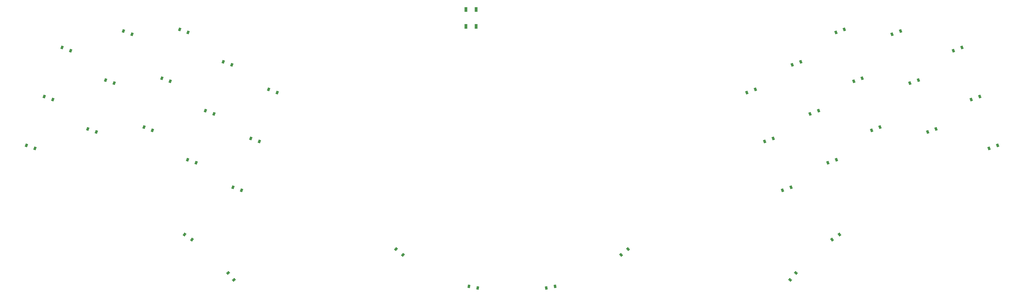
<source format=gbr>
%TF.GenerationSoftware,KiCad,Pcbnew,8.0.1*%
%TF.CreationDate,2024-05-01T11:59:16+09:00*%
%TF.ProjectId,pcb_plate,7063625f-706c-4617-9465-2e6b69636164,v1.0.0*%
%TF.SameCoordinates,Original*%
%TF.FileFunction,Paste,Top*%
%TF.FilePolarity,Positive*%
%FSLAX46Y46*%
G04 Gerber Fmt 4.6, Leading zero omitted, Abs format (unit mm)*
G04 Created by KiCad (PCBNEW 8.0.1) date 2024-05-01 11:59:16*
%MOMM*%
%LPD*%
G01*
G04 APERTURE LIST*
G04 Aperture macros list*
%AMRotRect*
0 Rectangle, with rotation*
0 The origin of the aperture is its center*
0 $1 length*
0 $2 width*
0 $3 Rotation angle, in degrees counterclockwise*
0 Add horizontal line*
21,1,$1,$2,0,0,$3*%
G04 Aperture macros list end*
%ADD10R,1.100000X1.800000*%
%ADD11RotRect,0.900000X1.200000X340.000000*%
%ADD12RotRect,0.900000X1.200000X20.000000*%
%ADD13RotRect,0.900000X1.200000X310.000000*%
%ADD14RotRect,0.900000X1.200000X35.000000*%
%ADD15RotRect,0.900000X1.200000X40.000000*%
%ADD16RotRect,0.900000X1.200000X50.000000*%
%ADD17RotRect,0.900000X1.200000X350.000000*%
%ADD18RotRect,0.900000X1.200000X320.000000*%
%ADD19RotRect,0.900000X1.200000X325.000000*%
%ADD20RotRect,0.900000X1.200000X10.000000*%
G04 APERTURE END LIST*
D10*
%TO.C,B1*%
X199070001Y-89225774D03*
X199070001Y-95425774D03*
X195370001Y-89225774D03*
X195370001Y-95425774D03*
%TD*%
D11*
%TO.C,D4*%
X57151549Y-132907162D03*
X60252535Y-134035826D03*
%TD*%
D12*
%TO.C,D29*%
X327733626Y-145276684D03*
X330834608Y-144148020D03*
%TD*%
%TO.C,D26*%
X343680124Y-133390855D03*
X346781106Y-132262191D03*
%TD*%
%TO.C,D27*%
X337164639Y-115489708D03*
X340265621Y-114361044D03*
%TD*%
D11*
%TO.C,D12*%
X106636360Y-108345727D03*
X109737346Y-109474391D03*
%TD*%
D13*
%TO.C,D17*%
X108447959Y-185559584D03*
X110569161Y-188087528D03*
%TD*%
D12*
%TO.C,D28*%
X330649152Y-97588570D03*
X333750134Y-96459906D03*
%TD*%
%TO.C,D34*%
X298104614Y-119570114D03*
X301205596Y-118441450D03*
%TD*%
D14*
%TO.C,D35*%
X329261407Y-173375393D03*
X331964605Y-171482595D03*
%TD*%
D12*
%TO.C,D20*%
X386649442Y-140051154D03*
X389750424Y-138922490D03*
%TD*%
D11*
%TO.C,D14*%
X116718924Y-136342592D03*
X119819910Y-137471256D03*
%TD*%
D15*
%TO.C,D37*%
X252091180Y-178975437D03*
X254619124Y-176854235D03*
%TD*%
D11*
%TO.C,D7*%
X77658888Y-132262200D03*
X80759874Y-133390864D03*
%TD*%
%TO.C,D1*%
X34689571Y-138922484D03*
X37790557Y-140051148D03*
%TD*%
%TO.C,D15*%
X123234406Y-118441449D03*
X126335392Y-119570113D03*
%TD*%
D12*
%TO.C,D24*%
X357671982Y-116134682D03*
X360772964Y-115006018D03*
%TD*%
D16*
%TO.C,D36*%
X313870837Y-188087528D03*
X315992041Y-185559580D03*
%TD*%
D12*
%TO.C,D33*%
X304620093Y-137471252D03*
X307721075Y-136342588D03*
%TD*%
%TO.C,D21*%
X380133960Y-122150006D03*
X383234942Y-121021342D03*
%TD*%
D11*
%TO.C,D9*%
X90689863Y-96459908D03*
X93790849Y-97588572D03*
%TD*%
D17*
%TO.C,D19*%
X196433214Y-190457782D03*
X199683080Y-191030818D03*
%TD*%
D11*
%TO.C,D13*%
X110203438Y-154243734D03*
X113304424Y-155372398D03*
%TD*%
D12*
%TO.C,D30*%
X321218142Y-127375542D03*
X324319124Y-126246878D03*
%TD*%
D18*
%TO.C,D18*%
X169820880Y-176854242D03*
X172348828Y-178975446D03*
%TD*%
D11*
%TO.C,D11*%
X100120880Y-126246877D03*
X103221866Y-127375541D03*
%TD*%
D12*
%TO.C,D23*%
X364187462Y-134035835D03*
X367288444Y-132907171D03*
%TD*%
D11*
%TO.C,D3*%
X47720538Y-103120198D03*
X50821524Y-104248862D03*
%TD*%
D12*
%TO.C,D22*%
X373618476Y-104248858D03*
X376719458Y-103120194D03*
%TD*%
D11*
%TO.C,D5*%
X63667038Y-115006019D03*
X66768024Y-116134683D03*
%TD*%
D12*
%TO.C,D31*%
X314702655Y-109474394D03*
X317803637Y-108345730D03*
%TD*%
D11*
%TO.C,D8*%
X84174376Y-114361048D03*
X87275362Y-115489712D03*
%TD*%
D19*
%TO.C,D16*%
X92475401Y-171482596D03*
X95178603Y-173375396D03*
%TD*%
D12*
%TO.C,D32*%
X311135571Y-155372400D03*
X314236553Y-154243736D03*
%TD*%
D20*
%TO.C,D38*%
X224756917Y-191030820D03*
X228006779Y-190457786D03*
%TD*%
D11*
%TO.C,D10*%
X93605399Y-144148022D03*
X96706385Y-145276686D03*
%TD*%
%TO.C,D2*%
X41205053Y-121021340D03*
X44306039Y-122150004D03*
%TD*%
D12*
%TO.C,D25*%
X351156495Y-98233541D03*
X354257477Y-97104877D03*
%TD*%
D11*
%TO.C,D6*%
X70182522Y-97104882D03*
X73283508Y-98233546D03*
%TD*%
M02*

</source>
